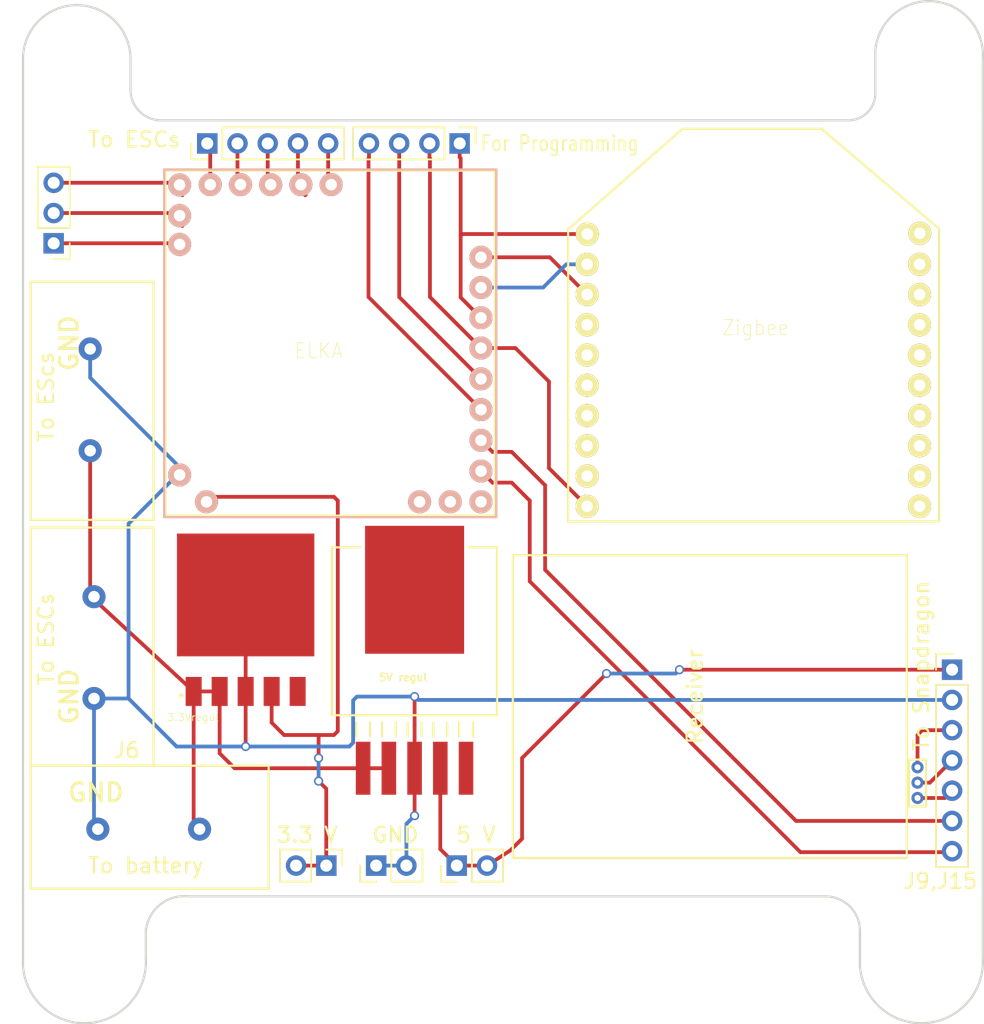
<source format=kicad_pcb>
(kicad_pcb (version 20171130) (host pcbnew 5.0.0-rc3-unknown-3e22e5c~65~ubuntu16.04.1)

  (general
    (thickness 1.6)
    (drawings 31)
    (tracks 131)
    (zones 0)
    (modules 19)
    (nets 46)
  )

  (page A4)
  (title_block
    (title Phoenix)
  )

  (layers
    (0 F.Cu signal)
    (31 B.Cu signal)
    (32 B.Adhes user)
    (33 F.Adhes user)
    (34 B.Paste user)
    (35 F.Paste user)
    (36 B.SilkS user)
    (37 F.SilkS user)
    (38 B.Mask user)
    (39 F.Mask user)
    (40 Dwgs.User user)
    (41 Cmts.User user)
    (42 Eco1.User user)
    (43 Eco2.User user)
    (44 Edge.Cuts user)
    (45 Margin user)
    (46 B.CrtYd user)
    (47 F.CrtYd user)
    (48 B.Fab user)
    (49 F.Fab user)
  )

  (setup
    (last_trace_width 0.25)
    (trace_clearance 0.2)
    (zone_clearance 0.508)
    (zone_45_only no)
    (trace_min 0.2)
    (segment_width 0.2)
    (edge_width 0.15)
    (via_size 0.6)
    (via_drill 0.4)
    (via_min_size 0.4)
    (via_min_drill 0.3)
    (uvia_size 0.3)
    (uvia_drill 0.1)
    (uvias_allowed no)
    (uvia_min_size 0.2)
    (uvia_min_drill 0.1)
    (pcb_text_width 0.3)
    (pcb_text_size 1.5 1.5)
    (mod_edge_width 0.15)
    (mod_text_size 1 1)
    (mod_text_width 0.15)
    (pad_size 1.524 1.524)
    (pad_drill 0.762)
    (pad_to_mask_clearance 0.2)
    (aux_axis_origin 0 0)
    (visible_elements FFFFFF7F)
    (pcbplotparams
      (layerselection 0x00030_80000001)
      (usegerberextensions false)
      (usegerberattributes false)
      (usegerberadvancedattributes false)
      (creategerberjobfile false)
      (excludeedgelayer true)
      (linewidth 0.100000)
      (plotframeref false)
      (viasonmask false)
      (mode 1)
      (useauxorigin false)
      (hpglpennumber 1)
      (hpglpenspeed 20)
      (hpglpendiameter 15.000000)
      (psnegative false)
      (psa4output false)
      (plotreference true)
      (plotvalue true)
      (plotinvisibletext false)
      (padsonsilk false)
      (subtractmaskfromsilk false)
      (outputformat 1)
      (mirror false)
      (drillshape 1)
      (scaleselection 1)
      (outputdirectory ""))
  )

  (net 0 "")
  (net 1 "Net-(E1-PadI)")
  (net 2 "Net-(E1-PadH)")
  (net 3 "Net-(E1-PadG)")
  (net 4 "Net-(E1-PadF)")
  (net 5 "Net-(E1-PadE)")
  (net 6 "Net-(E1-PadD)")
  (net 7 "Net-(E1-PadC)")
  (net 8 "Net-(E1-PadB)")
  (net 9 "Net-(E1-PadA)")
  (net 10 "Net-(E1-Pad9)")
  (net 11 "Net-(E1-Pad10)")
  (net 12 "Net-(E1-Pad3)")
  (net 13 "Net-(E1-Pad2)")
  (net 14 "Net-(E1-Pad1)")
  (net 15 "Net-(E1-Pad4)")
  (net 16 "Net-(E1-Pad5)")
  (net 17 "Net-(E1-Pad6)")
  (net 18 "Net-(E1-Pad7)")
  (net 19 "Net-(E1-Pad8)")
  (net 20 "Net-(E1-Pad12)")
  (net 21 "Net-(E1-Pad11)")
  (net 22 "Net-(J1-Pad2)")
  (net 23 "Net-(J9,J15-Pad3)")
  (net 24 "Net-(U1-Pad4)")
  (net 25 "Net-(U1-Pad5)")
  (net 26 "Net-(U1-Pad6)")
  (net 27 "Net-(U1-Pad7)")
  (net 28 "Net-(U1-Pad8)")
  (net 29 "Net-(U1-Pad9)")
  (net 30 "Net-(U1-Pad20)")
  (net 31 "Net-(U1-Pad19)")
  (net 32 "Net-(U1-Pad18)")
  (net 33 "Net-(U1-Pad17)")
  (net 34 "Net-(U1-Pad16)")
  (net 35 "Net-(U1-Pad15)")
  (net 36 "Net-(U1-Pad14)")
  (net 37 "Net-(U1-Pad13)")
  (net 38 "Net-(U1-Pad12)")
  (net 39 "Net-(U1-Pad11)")
  (net 40 "Net-(J5-Pad1)")
  (net 41 "Net-(J9,J15-Pad4)")
  (net 42 "Net-(J9,J15-Pad5)")
  (net 43 "Net-(U2-Pad5)")
  (net 44 "Net-(U2-Pad6)")
  (net 45 "Net-(U3-Pad5)")

  (net_class Default "This is the default net class."
    (clearance 0.2)
    (trace_width 0.25)
    (via_dia 0.6)
    (via_drill 0.4)
    (uvia_dia 0.3)
    (uvia_drill 0.1)
    (add_net "Net-(E1-Pad1)")
    (add_net "Net-(E1-Pad10)")
    (add_net "Net-(E1-Pad11)")
    (add_net "Net-(E1-Pad12)")
    (add_net "Net-(E1-Pad2)")
    (add_net "Net-(E1-Pad3)")
    (add_net "Net-(E1-Pad4)")
    (add_net "Net-(E1-Pad5)")
    (add_net "Net-(E1-Pad6)")
    (add_net "Net-(E1-Pad7)")
    (add_net "Net-(E1-Pad8)")
    (add_net "Net-(E1-Pad9)")
    (add_net "Net-(E1-PadA)")
    (add_net "Net-(E1-PadB)")
    (add_net "Net-(E1-PadC)")
    (add_net "Net-(E1-PadD)")
    (add_net "Net-(E1-PadE)")
    (add_net "Net-(E1-PadF)")
    (add_net "Net-(E1-PadG)")
    (add_net "Net-(E1-PadH)")
    (add_net "Net-(E1-PadI)")
    (add_net "Net-(J1-Pad2)")
    (add_net "Net-(J5-Pad1)")
    (add_net "Net-(J9,J15-Pad3)")
    (add_net "Net-(J9,J15-Pad4)")
    (add_net "Net-(J9,J15-Pad5)")
    (add_net "Net-(U1-Pad11)")
    (add_net "Net-(U1-Pad12)")
    (add_net "Net-(U1-Pad13)")
    (add_net "Net-(U1-Pad14)")
    (add_net "Net-(U1-Pad15)")
    (add_net "Net-(U1-Pad16)")
    (add_net "Net-(U1-Pad17)")
    (add_net "Net-(U1-Pad18)")
    (add_net "Net-(U1-Pad19)")
    (add_net "Net-(U1-Pad20)")
    (add_net "Net-(U1-Pad4)")
    (add_net "Net-(U1-Pad5)")
    (add_net "Net-(U1-Pad6)")
    (add_net "Net-(U1-Pad7)")
    (add_net "Net-(U1-Pad8)")
    (add_net "Net-(U1-Pad9)")
    (add_net "Net-(U2-Pad5)")
    (add_net "Net-(U2-Pad6)")
    (add_net "Net-(U3-Pad5)")
  )

  (module "holes:mech holes" (layer F.Cu) (tedit 5B317533) (tstamp 5B31752B)
    (at 162.052 129.286)
    (fp_text reference REF** (at 0 0.5) (layer Cmts.User) hide
      (effects (font (size 1 1) (thickness 0.15)))
    )
    (fp_text value "mech holes" (at 0 -0.5) (layer Cmts.User) hide
      (effects (font (size 1 1) (thickness 0.15)))
    )
    (pad "" np_thru_hole circle (at -0.508 -3.2004) (size 4 4) (drill 4) (layers *.Cu *.Mask))
  )

  (module DIP-20:DIP-20 (layer F.Cu) (tedit 5B46C479) (tstamp 5B2A9992)
    (at 138.176 104.14)
    (descr "Xbee Zb (Zigbee Pro Feature Set), 1mw, Wire Antenna, 250000")
    (path /5B213357)
    (fp_text reference Zigbee (at 12.3952 -19.812) (layer F.SilkS)
      (effects (font (size 1 0.9) (thickness 0.05)))
    )
    (fp_text value Zigbee (at 4.4196 -19.8628) (layer F.SilkS) hide
      (effects (font (size 1 0.9) (thickness 0.05)))
    )
    (fp_line (start 24.5364 -26.3652) (end 24.5364 -7.0104) (layer F.SilkS) (width 0.15))
    (fp_line (start 24.5364 -7.0104) (end 0 -7.0104) (layer F.SilkS) (width 0.15))
    (fp_line (start 0 -7.0104) (end 0 -26.3144) (layer F.SilkS) (width 0.15))
    (fp_line (start 16.8148 -32.9184) (end 24.5364 -26.3652) (layer F.SilkS) (width 0.15))
    (fp_line (start 0 -26.3144) (end 7.5692 -32.9692) (layer F.SilkS) (width 0.15))
    (fp_line (start 7.5692 -32.9692) (end 16.8148 -32.9692) (layer F.SilkS) (width 0.15))
    (pad 1 thru_hole circle (at 1.27 -26.0096) (size 1.524 1.524) (drill 0.762) (layers *.Cu *.Mask F.SilkS)
      (net 7 "Net-(E1-PadC)"))
    (pad 2 thru_hole circle (at 1.254 -24.009) (size 1.524 1.524) (drill 0.762) (layers *.Cu *.Mask F.SilkS)
      (net 8 "Net-(E1-PadB)"))
    (pad 3 thru_hole circle (at 1.254 -22.009) (size 1.524 1.524) (drill 0.762) (layers *.Cu *.Mask F.SilkS)
      (net 9 "Net-(E1-PadA)"))
    (pad 4 thru_hole circle (at 1.254 -20.009) (size 1.524 1.524) (drill 0.762) (layers *.Cu *.Mask F.SilkS)
      (net 24 "Net-(U1-Pad4)"))
    (pad 5 thru_hole circle (at 1.254 -18.009) (size 1.524 1.524) (drill 0.762) (layers *.Cu *.Mask F.SilkS)
      (net 25 "Net-(U1-Pad5)"))
    (pad 6 thru_hole circle (at 1.254 -16.009) (size 1.524 1.524) (drill 0.762) (layers *.Cu *.Mask F.SilkS)
      (net 26 "Net-(U1-Pad6)"))
    (pad 7 thru_hole circle (at 1.254 -14.009) (size 1.524 1.524) (drill 0.762) (layers *.Cu *.Mask F.SilkS)
      (net 27 "Net-(U1-Pad7)"))
    (pad 8 thru_hole circle (at 1.254 -12.009) (size 1.524 1.524) (drill 0.762) (layers *.Cu *.Mask F.SilkS)
      (net 28 "Net-(U1-Pad8)"))
    (pad 9 thru_hole circle (at 1.254 -10.009) (size 1.524 1.524) (drill 0.762) (layers *.Cu *.Mask F.SilkS)
      (net 29 "Net-(U1-Pad9)"))
    (pad 10 thru_hole circle (at 1.254 -8.009) (size 1.524 1.524) (drill 0.762) (layers *.Cu *.Mask F.SilkS)
      (net 6 "Net-(E1-PadD)"))
    (pad 20 thru_hole circle (at 23.2664 -26.0604) (size 1.524 1.524) (drill 0.762) (layers *.Cu *.Mask F.SilkS)
      (net 30 "Net-(U1-Pad20)"))
    (pad 19 thru_hole circle (at 23.254 -24.009) (size 1.524 1.524) (drill 0.762) (layers *.Cu *.Mask F.SilkS)
      (net 31 "Net-(U1-Pad19)"))
    (pad 18 thru_hole circle (at 23.254 -22.009) (size 1.524 1.524) (drill 0.762) (layers *.Cu *.Mask F.SilkS)
      (net 32 "Net-(U1-Pad18)"))
    (pad 17 thru_hole circle (at 23.254 -20.009) (size 1.524 1.524) (drill 0.762) (layers *.Cu *.Mask F.SilkS)
      (net 33 "Net-(U1-Pad17)"))
    (pad 16 thru_hole circle (at 23.254 -18.009) (size 1.524 1.524) (drill 0.762) (layers *.Cu *.Mask F.SilkS)
      (net 34 "Net-(U1-Pad16)"))
    (pad 15 thru_hole circle (at 23.254 -16.009) (size 1.524 1.524) (drill 0.762) (layers *.Cu *.Mask F.SilkS)
      (net 35 "Net-(U1-Pad15)"))
    (pad 14 thru_hole circle (at 23.254 -14.009) (size 1.524 1.524) (drill 0.762) (layers *.Cu *.Mask F.SilkS)
      (net 36 "Net-(U1-Pad14)"))
    (pad 13 thru_hole circle (at 23.254 -12.009) (size 1.524 1.524) (drill 0.762) (layers *.Cu *.Mask F.SilkS)
      (net 37 "Net-(U1-Pad13)"))
    (pad 12 thru_hole circle (at 23.254 -10.009) (size 1.524 1.524) (drill 0.762) (layers *.Cu *.Mask F.SilkS)
      (net 38 "Net-(U1-Pad12)"))
    (pad 11 thru_hole circle (at 23.254 -8.009) (size 1.524 1.524) (drill 0.762) (layers *.Cu *.Mask F.SilkS)
      (net 39 "Net-(U1-Pad11)"))
  )

  (module Pin_Headers:Pin_Header_Straight_1x05_Pitch2.00mm (layer F.Cu) (tedit 5B2AADA3) (tstamp 5B2AB112)
    (at 114.3 72.136 90)
    (descr "Through hole straight pin header, 1x05, 2.00mm pitch, single row")
    (tags "Through hole pin header THT 1x05 2.00mm single row")
    (path /5B2AABEA)
    (fp_text reference "To ESCs" (at 0.254 -4.826 180) (layer F.SilkS)
      (effects (font (size 1 1) (thickness 0.15)))
    )
    (fp_text value "" (at 0 10.06 90) (layer F.Fab)
      (effects (font (size 1 1) (thickness 0.15)))
    )
    (fp_line (start -0.5 -1) (end 1 -1) (layer F.Fab) (width 0.1))
    (fp_line (start 1 -1) (end 1 9) (layer F.Fab) (width 0.1))
    (fp_line (start 1 9) (end -1 9) (layer F.Fab) (width 0.1))
    (fp_line (start -1 9) (end -1 -0.5) (layer F.Fab) (width 0.1))
    (fp_line (start -1 -0.5) (end -0.5 -1) (layer F.Fab) (width 0.1))
    (fp_line (start -1.06 9.06) (end 1.06 9.06) (layer F.SilkS) (width 0.12))
    (fp_line (start -1.06 1) (end -1.06 9.06) (layer F.SilkS) (width 0.12))
    (fp_line (start 1.06 1) (end 1.06 9.06) (layer F.SilkS) (width 0.12))
    (fp_line (start -1.06 1) (end 1.06 1) (layer F.SilkS) (width 0.12))
    (fp_line (start -1.06 0) (end -1.06 -1.06) (layer F.SilkS) (width 0.12))
    (fp_line (start -1.06 -1.06) (end 0 -1.06) (layer F.SilkS) (width 0.12))
    (fp_line (start -1.5 -1.5) (end -1.5 9.5) (layer F.CrtYd) (width 0.05))
    (fp_line (start -1.5 9.5) (end 1.5 9.5) (layer F.CrtYd) (width 0.05))
    (fp_line (start 1.5 9.5) (end 1.5 -1.5) (layer F.CrtYd) (width 0.05))
    (fp_line (start 1.5 -1.5) (end -1.5 -1.5) (layer F.CrtYd) (width 0.05))
    (fp_text user "" (at 0 4 180) (layer F.Fab) hide
      (effects (font (size 1 1) (thickness 0.15)))
    )
    (pad 1 thru_hole rect (at 0 0 90) (size 1.35 1.35) (drill 0.8) (layers *.Cu *.Mask)
      (net 15 "Net-(E1-Pad4)"))
    (pad 2 thru_hole oval (at 0 2 90) (size 1.35 1.35) (drill 0.8) (layers *.Cu *.Mask)
      (net 16 "Net-(E1-Pad5)"))
    (pad 3 thru_hole oval (at 0 4 90) (size 1.35 1.35) (drill 0.8) (layers *.Cu *.Mask)
      (net 17 "Net-(E1-Pad6)"))
    (pad 4 thru_hole oval (at 0 6 90) (size 1.35 1.35) (drill 0.8) (layers *.Cu *.Mask)
      (net 18 "Net-(E1-Pad7)"))
    (pad 5 thru_hole oval (at 0 8 90) (size 1.35 1.35) (drill 0.8) (layers *.Cu *.Mask)
      (net 19 "Net-(E1-Pad8)"))
    (model ${KISYS3DMOD}/Pin_Headers.3dshapes/Pin_Header_Straight_1x05_Pitch2.00mm.wrl
      (at (xyz 0 0 0))
      (scale (xyz 1 1 1))
      (rotate (xyz 0 0 0))
    )
  )

  (module ELKA:ELKA (layer F.Cu) (tedit 5B46C2CB) (tstamp 5B2A9957)
    (at 121.666 85.852)
    (descr "Xbee Zb (Zigbee Pro Feature Set), 1mw, Wire Antenna, 250000")
    (path /5B22681E)
    (fp_text reference ELKA (at 0 0) (layer F.SilkS)
      (effects (font (size 1 0.9) (thickness 0.05)))
    )
    (fp_text value ELKA (at -0.889 -14.732) (layer F.SilkS) hide
      (effects (font (size 1 0.9) (thickness 0.05)))
    )
    (fp_line (start 11.7602 10.9982) (end -10.2108 10.9982) (layer B.SilkS) (width 0.15))
    (fp_line (start 11.7602 -11.9888) (end 11.7602 10.9982) (layer B.SilkS) (width 0.15))
    (fp_line (start -10.2108 -11.9888) (end 11.7602 -11.9888) (layer B.SilkS) (width 0.15))
    (fp_line (start -10.2108 10.9982) (end -10.2108 -11.9888) (layer B.SilkS) (width 0.15))
    (pad D thru_hole circle (at 10.742477 -0.184796) (size 1.524 1.524) (drill 0.762) (layers *.Cu *.Mask B.SilkS)
      (net 6 "Net-(E1-PadD)"))
    (pad C thru_hole circle (at 10.742477 -2.184796) (size 1.524 1.524) (drill 0.762) (layers *.Cu *.Mask B.SilkS)
      (net 7 "Net-(E1-PadC)"))
    (pad B thru_hole circle (at 10.742477 -4.184796) (size 1.524 1.524) (drill 0.762) (layers *.Cu *.Mask B.SilkS)
      (net 8 "Net-(E1-PadB)"))
    (pad A thru_hole circle (at 10.742477 -6.184796) (size 1.524 1.524) (drill 0.762) (layers *.Cu *.Mask B.SilkS)
      (net 9 "Net-(E1-PadA)"))
    (pad 12 thru_hole circle (at -7.4168 9.9822) (size 1.524 1.524) (drill 0.762) (layers *.Cu *.Mask B.SilkS)
      (net 20 "Net-(E1-Pad12)"))
    (pad 11 thru_hole circle (at -9.1948 8.2042 270) (size 1.524 1.524) (drill 0.762) (layers *.Cu *.Mask B.SilkS)
      (net 21 "Net-(E1-Pad11)"))
    (pad E thru_hole circle (at 10.7442 1.8542 270) (size 1.524 1.524) (drill 0.762) (layers *.Cu *.Mask B.SilkS)
      (net 5 "Net-(E1-PadE)"))
    (pad F thru_hole circle (at 10.7442 3.8862 270) (size 1.524 1.524) (drill 0.762) (layers *.Cu *.Mask B.SilkS)
      (net 4 "Net-(E1-PadF)"))
    (pad G thru_hole circle (at 10.7442 5.9182 270) (size 1.524 1.524) (drill 0.762) (layers *.Cu *.Mask B.SilkS)
      (net 3 "Net-(E1-PadG)"))
    (pad H thru_hole circle (at 10.7442 7.9502 270) (size 1.524 1.524) (drill 0.762) (layers *.Cu *.Mask B.SilkS)
      (net 2 "Net-(E1-PadH)"))
    (pad 10 thru_hole circle (at 6.6802 9.9822 270) (size 1.524 1.524) (drill 0.762) (layers *.Cu *.Mask B.SilkS)
      (net 11 "Net-(E1-Pad10)"))
    (pad 9 thru_hole circle (at 8.7122 9.9822 270) (size 1.524 1.524) (drill 0.762) (layers *.Cu *.Mask B.SilkS)
      (net 10 "Net-(E1-Pad9)"))
    (pad I thru_hole circle (at 10.7442 9.9822 270) (size 1.524 1.524) (drill 0.762) (layers *.Cu *.Mask B.SilkS)
      (net 1 "Net-(E1-PadI)"))
    (pad 1 thru_hole circle (at -9.1948 -7.0358 270) (size 1.524 1.524) (drill 0.762) (layers *.Cu *.Mask B.SilkS)
      (net 14 "Net-(E1-Pad1)"))
    (pad 2 thru_hole circle (at -9.1948 -8.9408 270) (size 1.524 1.524) (drill 0.762) (layers *.Cu *.Mask B.SilkS)
      (net 13 "Net-(E1-Pad2)"))
    (pad 8 thru_hole circle (at 0.8312 -10.9888 270) (size 1.524 1.524) (drill 0.762) (layers *.Cu *.Mask B.SilkS)
      (net 19 "Net-(E1-Pad8)"))
    (pad 7 thru_hole circle (at -1.1688 -10.9888 270) (size 1.524 1.524) (drill 0.762) (layers *.Cu *.Mask B.SilkS)
      (net 18 "Net-(E1-Pad7)"))
    (pad 6 thru_hole circle (at -3.1688 -10.9888 270) (size 1.524 1.524) (drill 0.762) (layers *.Cu *.Mask B.SilkS)
      (net 17 "Net-(E1-Pad6)"))
    (pad 5 thru_hole circle (at -5.1688 -10.9888 270) (size 1.524 1.524) (drill 0.762) (layers *.Cu *.Mask B.SilkS)
      (net 16 "Net-(E1-Pad5)"))
    (pad 4 thru_hole circle (at -7.1688 -10.9888 270) (size 1.524 1.524) (drill 0.762) (layers *.Cu *.Mask B.SilkS)
      (net 15 "Net-(E1-Pad4)"))
    (pad 3 thru_hole circle (at -9.1948 -10.9728 270) (size 1.524 1.524) (drill 0.762) (layers *.Cu *.Mask B.SilkS)
      (net 12 "Net-(E1-Pad3)"))
  )

  (module "holes:mech holes" (layer F.Cu) (tedit 5B317427) (tstamp 5B3174AE)
    (at 106.172 69.596)
    (fp_text reference REF** (at 0 0.5) (layer Cmts.User) hide
      (effects (font (size 1 1) (thickness 0.15)))
    )
    (fp_text value "mech holes" (at 0 -0.5) (layer Cmts.User) hide
      (effects (font (size 1 1) (thickness 0.15)))
    )
    (pad "" np_thru_hole circle (at -0.508 -3.2004) (size 4 4) (drill 4) (layers *.Cu *.Mask))
  )

  (module XT30:XT30 (layer F.Cu) (tedit 5B2BA483) (tstamp 5B2BA6B4)
    (at 112.522 87.122 270)
    (path /5B2BA404)
    (fp_text reference "To EScs" (at 1.778 8.89 270) (layer F.SilkS)
      (effects (font (size 1 1) (thickness 0.15)))
    )
    (fp_text value "To ESCs" (at 0 -0.5 270) (layer Cmts.User) hide
      (effects (font (size 1 1) (thickness 0.15)))
    )
    (fp_line (start -5.842 1.778) (end -5.842 9.906) (layer F.SilkS) (width 0.15))
    (fp_line (start -5.842 9.906) (end -5.715 9.906) (layer F.SilkS) (width 0.15))
    (fp_line (start -5.842 1.778) (end 9.906 1.778) (layer F.SilkS) (width 0.15))
    (fp_line (start 9.906 1.778) (end 9.906 9.906) (layer F.SilkS) (width 0.15))
    (fp_line (start 9.906 9.906) (end -5.715 9.906) (layer F.SilkS) (width 0.15))
    (pad 1 thru_hole circle (at -1.397 5.969 270) (size 1.524 1.524) (drill 0.762) (layers *.Cu *.Mask)
      (net 21 "Net-(E1-Pad11)"))
    (pad 2 thru_hole circle (at 5.334 5.969 270) (size 1.524 1.524) (drill 0.762) (layers *.Cu *.Mask)
      (net 22 "Net-(J1-Pad2)"))
  )

  (module XT30:SPMAJST6 (layer F.Cu) (tedit 5B2AA873) (tstamp 5B2810D9)
    (at 164.084 115.316 270)
    (path /5B22674F)
    (fp_text reference R1 (at 0.635 0.889 270) (layer F.SilkS) hide
      (effects (font (size 1 1) (thickness 0.15)))
    )
    (fp_text value Receiver (at -6.604 17.526 270) (layer F.SilkS)
      (effects (font (size 1 1) (thickness 0.15)))
    )
    (fp_line (start -15.9512 29.5656) (end 4.064 29.5656) (layer F.SilkS) (width 0.15))
    (fp_line (start 4.064 29.5656) (end 4.064 3.5052) (layer F.SilkS) (width 0.15))
    (fp_line (start 4.064 3.5052) (end -15.9512 3.5052) (layer F.SilkS) (width 0.15))
    (fp_line (start -15.9512 3.5052) (end -15.9512 29.5656) (layer F.SilkS) (width 0.15))
    (fp_line (start -2.4384 2.3368) (end -2.4384 2.2352) (layer F.SilkS) (width 0.15))
    (fp_line (start -2.4384 2.2352) (end 0.508 2.2352) (layer F.SilkS) (width 0.15))
    (fp_line (start 0.508 2.2352) (end 0.5588 2.2352) (layer F.SilkS) (width 0.15))
    (fp_line (start 0.5588 2.2352) (end 0.6604 2.2352) (layer F.SilkS) (width 0.15))
    (fp_line (start 0.6604 2.2352) (end 0.6604 3.3528) (layer F.SilkS) (width 0.15))
    (fp_line (start 0.6604 3.3528) (end -2.4384 3.3528) (layer F.SilkS) (width 0.15))
    (fp_line (start -2.4384 3.3528) (end -2.4384 2.6924) (layer F.SilkS) (width 0.15))
    (fp_line (start -2.4384 2.794) (end -2.4384 2.3368) (layer F.SilkS) (width 0.15))
    (pad 1 thru_hole circle (at -1.9304 2.794 270) (size 0.8 0.8) (drill 0.4) (layers *.Cu *.Mask)
      (net 23 "Net-(J9,J15-Pad3)"))
    (pad 2 thru_hole circle (at -0.9144 2.794 270) (size 0.8 0.8) (drill 0.4) (layers *.Cu *.Mask)
      (net 41 "Net-(J9,J15-Pad4)"))
    (pad 3 thru_hole circle (at 0.1016 2.794 270) (size 0.8 0.8) (drill 0.4) (layers *.Cu *.Mask)
      (net 42 "Net-(J9,J15-Pad5)"))
  )

  (module XT30:XT30 (layer F.Cu) (tedit 5B2AA790) (tstamp 5B2810AD)
    (at 100.838 107.442 90)
    (path /5B24102D)
    (fp_text reference J1 (at 0.508 0.762 90) (layer F.SilkS) hide
      (effects (font (size 1 1) (thickness 0.15)))
    )
    (fp_text value "To battery" (at -12.446 9.398 180) (layer F.SilkS)
      (effects (font (size 1 1) (thickness 0.15)))
    )
    (fp_line (start -5.842 1.778) (end -5.842 9.906) (layer F.SilkS) (width 0.15))
    (fp_line (start -5.842 9.906) (end -5.715 9.906) (layer F.SilkS) (width 0.15))
    (fp_line (start -5.842 1.778) (end 9.906 1.778) (layer F.SilkS) (width 0.15))
    (fp_line (start 9.906 1.778) (end 9.906 9.906) (layer F.SilkS) (width 0.15))
    (fp_line (start 9.906 9.906) (end -5.715 9.906) (layer F.SilkS) (width 0.15))
    (pad 1 thru_hole circle (at -1.397 5.969 90) (size 1.524 1.524) (drill 0.762) (layers *.Cu *.Mask)
      (net 21 "Net-(E1-Pad11)"))
    (pad 2 thru_hole circle (at 5.334 5.969 90) (size 1.524 1.524) (drill 0.762) (layers *.Cu *.Mask)
      (net 22 "Net-(J1-Pad2)"))
  )

  (module Pin_Headers:Pin_Header_Straight_1x04_Pitch2.00mm (layer F.Cu) (tedit 5B2BA6E8) (tstamp 5B46CD70)
    (at 131 72.136 270)
    (descr "Through hole straight pin header, 1x04, 2.00mm pitch, single row")
    (tags "Through hole pin header THT 1x04 2.00mm single row")
    (path /5B23F496)
    (fp_text reference J16 (at 0 -2.06 270) (layer F.SilkS) hide
      (effects (font (size 1 1) (thickness 0.15)))
    )
    (fp_text value "For Programming" (at 0 -6.604) (layer F.SilkS)
      (effects (font (size 1 0.8) (thickness 0.12)))
    )
    (fp_line (start -0.5 -1) (end 1 -1) (layer F.Fab) (width 0.1))
    (fp_line (start 1 -1) (end 1 7) (layer F.Fab) (width 0.1))
    (fp_line (start 1 7) (end -1 7) (layer F.Fab) (width 0.1))
    (fp_line (start -1 7) (end -1 -0.5) (layer F.Fab) (width 0.1))
    (fp_line (start -1 -0.5) (end -0.5 -1) (layer F.Fab) (width 0.1))
    (fp_line (start -1.06 7.06) (end 1.06 7.06) (layer F.SilkS) (width 0.12))
    (fp_line (start -1.06 1) (end -1.06 7.06) (layer F.SilkS) (width 0.12))
    (fp_line (start 1.06 1) (end 1.06 7.06) (layer F.SilkS) (width 0.12))
    (fp_line (start -1.06 1) (end 1.06 1) (layer F.SilkS) (width 0.12))
    (fp_line (start -1.06 0) (end -1.06 -1.06) (layer F.SilkS) (width 0.12))
    (fp_line (start -1.06 -1.06) (end 0 -1.06) (layer F.SilkS) (width 0.12))
    (fp_line (start -1.5 -1.5) (end -1.5 7.5) (layer F.CrtYd) (width 0.05))
    (fp_line (start -1.5 7.5) (end 1.5 7.5) (layer F.CrtYd) (width 0.05))
    (fp_line (start 1.5 7.5) (end 1.5 -1.5) (layer F.CrtYd) (width 0.05))
    (fp_line (start 1.5 -1.5) (end -1.5 -1.5) (layer F.CrtYd) (width 0.05))
    (fp_text user %R (at 0 3) (layer F.Fab) hide
      (effects (font (size 1 1) (thickness 0.15)))
    )
    (pad 1 thru_hole rect (at 0 0 270) (size 1.35 1.35) (drill 0.8) (layers *.Cu *.Mask)
      (net 7 "Net-(E1-PadC)"))
    (pad 2 thru_hole oval (at 0 2 270) (size 1.35 1.35) (drill 0.8) (layers *.Cu *.Mask)
      (net 6 "Net-(E1-PadD)"))
    (pad 3 thru_hole oval (at 0 4 270) (size 1.35 1.35) (drill 0.8) (layers *.Cu *.Mask)
      (net 5 "Net-(E1-PadE)"))
    (pad 4 thru_hole oval (at 0 6 270) (size 1.35 1.35) (drill 0.8) (layers *.Cu *.Mask)
      (net 4 "Net-(E1-PadF)"))
    (model ${KISYS3DMOD}/Pin_Headers.3dshapes/Pin_Header_Straight_1x04_Pitch2.00mm.wrl
      (at (xyz 0 0 0))
      (scale (xyz 1 1 1))
      (rotate (xyz 0 0 0))
    )
  )

  (module Pin_Headers:Pin_Header_Straight_1x02_Pitch2.00mm (layer F.Cu) (tedit 5B2BA148) (tstamp 5B2A995D)
    (at 122.174 119.888 270)
    (descr "Through hole straight pin header, 1x02, 2.00mm pitch, single row")
    (tags "Through hole pin header THT 1x02 2.00mm single row")
    (path /5B29B43A)
    (fp_text reference J3 (at 0 -2.06 270) (layer F.SilkS) hide
      (effects (font (size 1 1) (thickness 0.15)))
    )
    (fp_text value "3.3 V" (at -2.032 1.27) (layer F.SilkS)
      (effects (font (size 1 1) (thickness 0.15)))
    )
    (fp_line (start -0.5 -1) (end 1 -1) (layer F.Fab) (width 0.1))
    (fp_line (start 1 -1) (end 1 3) (layer F.Fab) (width 0.1))
    (fp_line (start 1 3) (end -1 3) (layer F.Fab) (width 0.1))
    (fp_line (start -1 3) (end -1 -0.5) (layer F.Fab) (width 0.1))
    (fp_line (start -1 -0.5) (end -0.5 -1) (layer F.Fab) (width 0.1))
    (fp_line (start -1.06 3.06) (end 1.06 3.06) (layer F.SilkS) (width 0.12))
    (fp_line (start -1.06 1) (end -1.06 3.06) (layer F.SilkS) (width 0.12))
    (fp_line (start 1.06 1) (end 1.06 3.06) (layer F.SilkS) (width 0.12))
    (fp_line (start -1.06 1) (end 1.06 1) (layer F.SilkS) (width 0.12))
    (fp_line (start -1.06 0) (end -1.06 -1.06) (layer F.SilkS) (width 0.12))
    (fp_line (start -1.06 -1.06) (end 0 -1.06) (layer F.SilkS) (width 0.12))
    (fp_line (start -1.5 -1.5) (end -1.5 3.5) (layer F.CrtYd) (width 0.05))
    (fp_line (start -1.5 3.5) (end 1.5 3.5) (layer F.CrtYd) (width 0.05))
    (fp_line (start 1.5 3.5) (end 1.5 -1.5) (layer F.CrtYd) (width 0.05))
    (fp_line (start 1.5 -1.5) (end -1.5 -1.5) (layer F.CrtYd) (width 0.05))
    (fp_text user %R (at 0 1) (layer F.Fab) hide
      (effects (font (size 1 1) (thickness 0.15)))
    )
    (pad 1 thru_hole rect (at 0 0 270) (size 1.35 1.35) (drill 0.8) (layers *.Cu *.Mask)
      (net 20 "Net-(E1-Pad12)"))
    (pad 2 thru_hole oval (at 0 2 270) (size 1.35 1.35) (drill 0.8) (layers *.Cu *.Mask)
      (net 20 "Net-(E1-Pad12)"))
    (model ${KISYS3DMOD}/Pin_Headers.3dshapes/Pin_Header_Straight_1x02_Pitch2.00mm.wrl
      (at (xyz 0 0 0))
      (scale (xyz 1 1 1))
      (rotate (xyz 0 0 0))
    )
  )

  (module Pin_Headers:Pin_Header_Straight_1x02_Pitch2.00mm (layer F.Cu) (tedit 5B2BA165) (tstamp 5B2A9963)
    (at 125.476 119.888 90)
    (descr "Through hole straight pin header, 1x02, 2.00mm pitch, single row")
    (tags "Through hole pin header THT 1x02 2.00mm single row")
    (path /5B29B788)
    (fp_text reference J4 (at 0 -2.06 90) (layer F.SilkS) hide
      (effects (font (size 1 1) (thickness 0.15)))
    )
    (fp_text value GND (at 2.032 1.27 180) (layer F.SilkS)
      (effects (font (size 1 1) (thickness 0.15)))
    )
    (fp_line (start -0.5 -1) (end 1 -1) (layer F.Fab) (width 0.1))
    (fp_line (start 1 -1) (end 1 3) (layer F.Fab) (width 0.1))
    (fp_line (start 1 3) (end -1 3) (layer F.Fab) (width 0.1))
    (fp_line (start -1 3) (end -1 -0.5) (layer F.Fab) (width 0.1))
    (fp_line (start -1 -0.5) (end -0.5 -1) (layer F.Fab) (width 0.1))
    (fp_line (start -1.06 3.06) (end 1.06 3.06) (layer F.SilkS) (width 0.12))
    (fp_line (start -1.06 1) (end -1.06 3.06) (layer F.SilkS) (width 0.12))
    (fp_line (start 1.06 1) (end 1.06 3.06) (layer F.SilkS) (width 0.12))
    (fp_line (start -1.06 1) (end 1.06 1) (layer F.SilkS) (width 0.12))
    (fp_line (start -1.06 0) (end -1.06 -1.06) (layer F.SilkS) (width 0.12))
    (fp_line (start -1.06 -1.06) (end 0 -1.06) (layer F.SilkS) (width 0.12))
    (fp_line (start -1.5 -1.5) (end -1.5 3.5) (layer F.CrtYd) (width 0.05))
    (fp_line (start -1.5 3.5) (end 1.5 3.5) (layer F.CrtYd) (width 0.05))
    (fp_line (start 1.5 3.5) (end 1.5 -1.5) (layer F.CrtYd) (width 0.05))
    (fp_line (start 1.5 -1.5) (end -1.5 -1.5) (layer F.CrtYd) (width 0.05))
    (fp_text user %R (at 0 1 180) (layer Cmts.User) hide
      (effects (font (size 1 1) (thickness 0.15)))
    )
    (pad 1 thru_hole rect (at 0 0 90) (size 1.35 1.35) (drill 0.8) (layers *.Cu *.Mask)
      (net 21 "Net-(E1-Pad11)"))
    (pad 2 thru_hole oval (at 0 2 90) (size 1.35 1.35) (drill 0.8) (layers *.Cu *.Mask)
      (net 21 "Net-(E1-Pad11)"))
    (model ${KISYS3DMOD}/Pin_Headers.3dshapes/Pin_Header_Straight_1x02_Pitch2.00mm.wrl
      (at (xyz 0 0 0))
      (scale (xyz 1 1 1))
      (rotate (xyz 0 0 0))
    )
  )

  (module Pin_Headers:Pin_Header_Straight_1x02_Pitch2.00mm (layer F.Cu) (tedit 5B2BA160) (tstamp 5B2A9969)
    (at 130.81 119.888 90)
    (descr "Through hole straight pin header, 1x02, 2.00mm pitch, single row")
    (tags "Through hole pin header THT 1x02 2.00mm single row")
    (path /5B29B3DB)
    (fp_text reference J5 (at 0 -2.06 90) (layer F.SilkS) hide
      (effects (font (size 1 1) (thickness 0.15)))
    )
    (fp_text value "5 V" (at 2.032 1.27 180) (layer F.SilkS)
      (effects (font (size 1 1) (thickness 0.15)))
    )
    (fp_line (start -0.5 -1) (end 1 -1) (layer F.Fab) (width 0.1))
    (fp_line (start 1 -1) (end 1 3) (layer F.Fab) (width 0.1))
    (fp_line (start 1 3) (end -1 3) (layer F.Fab) (width 0.1))
    (fp_line (start -1 3) (end -1 -0.5) (layer F.Fab) (width 0.1))
    (fp_line (start -1 -0.5) (end -0.5 -1) (layer F.Fab) (width 0.1))
    (fp_line (start -1.06 3.06) (end 1.06 3.06) (layer F.SilkS) (width 0.12))
    (fp_line (start -1.06 1) (end -1.06 3.06) (layer F.SilkS) (width 0.12))
    (fp_line (start 1.06 1) (end 1.06 3.06) (layer F.SilkS) (width 0.12))
    (fp_line (start -1.06 1) (end 1.06 1) (layer F.SilkS) (width 0.12))
    (fp_line (start -1.06 0) (end -1.06 -1.06) (layer F.SilkS) (width 0.12))
    (fp_line (start -1.06 -1.06) (end 0 -1.06) (layer F.SilkS) (width 0.12))
    (fp_line (start -1.5 -1.5) (end -1.5 3.5) (layer F.CrtYd) (width 0.05))
    (fp_line (start -1.5 3.5) (end 1.5 3.5) (layer F.CrtYd) (width 0.05))
    (fp_line (start 1.5 3.5) (end 1.5 -1.5) (layer F.CrtYd) (width 0.05))
    (fp_line (start 1.5 -1.5) (end -1.5 -1.5) (layer F.CrtYd) (width 0.05))
    (fp_text user %R (at 0 1 180) (layer Cmts.User) hide
      (effects (font (size 1 1) (thickness 0.15)))
    )
    (pad 1 thru_hole rect (at 0 0 90) (size 1.35 1.35) (drill 0.8) (layers *.Cu *.Mask)
      (net 40 "Net-(J5-Pad1)"))
    (pad 2 thru_hole oval (at 0 2 90) (size 1.35 1.35) (drill 0.8) (layers *.Cu *.Mask)
      (net 40 "Net-(J5-Pad1)"))
    (model ${KISYS3DMOD}/Pin_Headers.3dshapes/Pin_Header_Straight_1x02_Pitch2.00mm.wrl
      (at (xyz 0 0 0))
      (scale (xyz 1 1 1))
      (rotate (xyz 0 0 0))
    )
  )

  (module XT30:XT30 (layer F.Cu) (tedit 5B2BA489) (tstamp 5B2A996F)
    (at 108.458 111.506)
    (path /5B2A9509)
    (fp_text reference J6 (at 0.508 0.762) (layer F.SilkS)
      (effects (font (size 1 1) (thickness 0.15)))
    )
    (fp_text value "To ESCs" (at -4.826 -6.604 90) (layer F.SilkS)
      (effects (font (size 1 1) (thickness 0.15)))
    )
    (fp_line (start -5.842 1.778) (end -5.842 9.906) (layer F.SilkS) (width 0.15))
    (fp_line (start -5.842 9.906) (end -5.715 9.906) (layer F.SilkS) (width 0.15))
    (fp_line (start -5.842 1.778) (end 9.906 1.778) (layer F.SilkS) (width 0.15))
    (fp_line (start 9.906 1.778) (end 9.906 9.906) (layer F.SilkS) (width 0.15))
    (fp_line (start 9.906 9.906) (end -5.715 9.906) (layer F.SilkS) (width 0.15))
    (pad 1 thru_hole circle (at -1.397 5.969) (size 1.524 1.524) (drill 0.762) (layers *.Cu *.Mask)
      (net 21 "Net-(E1-Pad11)"))
    (pad 2 thru_hole circle (at 5.334 5.969) (size 1.524 1.524) (drill 0.762) (layers *.Cu *.Mask)
      (net 22 "Net-(J1-Pad2)"))
  )

  (module Pin_Headers:Pin_Header_Straight_1x07_Pitch2.00mm (layer F.Cu) (tedit 5B2BA5B4) (tstamp 5B2A997A)
    (at 163.576 106.934)
    (descr "Through hole straight pin header, 1x07, 2.00mm pitch, single row")
    (tags "Through hole pin header THT 1x07 2.00mm single row")
    (path /5B27D9D0)
    (fp_text reference J9,J15 (at -0.762 13.97) (layer F.SilkS)
      (effects (font (size 1 1) (thickness 0.15)))
    )
    (fp_text value "To Snapdragon" (at -2.032 -0.254 90) (layer F.SilkS)
      (effects (font (size 1 1) (thickness 0.15)))
    )
    (fp_line (start -0.5 -1) (end 1 -1) (layer F.Fab) (width 0.1))
    (fp_line (start 1 -1) (end 1 13) (layer F.Fab) (width 0.1))
    (fp_line (start 1 13) (end -1 13) (layer F.Fab) (width 0.1))
    (fp_line (start -1 13) (end -1 -0.5) (layer F.Fab) (width 0.1))
    (fp_line (start -1 -0.5) (end -0.5 -1) (layer F.Fab) (width 0.1))
    (fp_line (start -1.06 13.06) (end 1.06 13.06) (layer F.SilkS) (width 0.12))
    (fp_line (start -1.06 1) (end -1.06 13.06) (layer F.SilkS) (width 0.12))
    (fp_line (start 1.06 1) (end 1.06 13.06) (layer F.SilkS) (width 0.12))
    (fp_line (start -1.06 1) (end 1.06 1) (layer F.SilkS) (width 0.12))
    (fp_line (start -1.06 0) (end -1.06 -1.06) (layer F.SilkS) (width 0.12))
    (fp_line (start -1.06 -1.06) (end 0 -1.06) (layer F.SilkS) (width 0.12))
    (fp_line (start -1.5 -1.5) (end -1.5 13.5) (layer F.CrtYd) (width 0.05))
    (fp_line (start -1.5 13.5) (end 1.5 13.5) (layer F.CrtYd) (width 0.05))
    (fp_line (start 1.5 13.5) (end 1.5 -1.5) (layer F.CrtYd) (width 0.05))
    (fp_line (start 1.5 -1.5) (end -1.5 -1.5) (layer F.CrtYd) (width 0.05))
    (fp_text user %R (at 0 6 90) (layer Cmts.User) hide
      (effects (font (size 1 1) (thickness 0.15)))
    )
    (pad 1 thru_hole rect (at 0 0) (size 1.35 1.35) (drill 0.8) (layers *.Cu *.Mask)
      (net 40 "Net-(J5-Pad1)"))
    (pad 2 thru_hole oval (at 0 2) (size 1.35 1.35) (drill 0.8) (layers *.Cu *.Mask)
      (net 21 "Net-(E1-Pad11)"))
    (pad 3 thru_hole oval (at 0 4) (size 1.35 1.35) (drill 0.8) (layers *.Cu *.Mask)
      (net 23 "Net-(J9,J15-Pad3)"))
    (pad 4 thru_hole oval (at 0 6) (size 1.35 1.35) (drill 0.8) (layers *.Cu *.Mask)
      (net 41 "Net-(J9,J15-Pad4)"))
    (pad 5 thru_hole oval (at 0 8) (size 1.35 1.35) (drill 0.8) (layers *.Cu *.Mask)
      (net 42 "Net-(J9,J15-Pad5)"))
    (pad 6 thru_hole oval (at 0 10) (size 1.35 1.35) (drill 0.8) (layers *.Cu *.Mask)
      (net 3 "Net-(E1-PadG)"))
    (pad 7 thru_hole oval (at 0 12) (size 1.35 1.35) (drill 0.8) (layers *.Cu *.Mask)
      (net 2 "Net-(E1-PadH)"))
    (model ${KISYS3DMOD}/Pin_Headers.3dshapes/Pin_Header_Straight_1x07_Pitch2.00mm.wrl
      (at (xyz 0 0 0))
      (scale (xyz 1 1 1))
      (rotate (xyz 0 0 0))
    )
  )

  (module footprints:MIC29501-5.0WU (layer F.Cu) (tedit 5B2AA97D) (tstamp 5B2A99D2)
    (at 128.016 104.394)
    (path /5B2A76F4)
    (fp_text reference "" (at 0 0) (layer F.Fab)
      (effects (font (size 1 1) (thickness 0.15)))
    )
    (fp_text value "5V regul" (at -0.762 3.048) (layer F.SilkS)
      (effects (font (size 0.5 0.5) (thickness 0.1)))
    )
    (fp_text user "" (at 0 0) (layer Cmts.User)
      (effects (font (size 0.127 0.127) (thickness 0.002)))
    )
    (fp_text user * (at -4.8895 9.0551) (layer B.Fab) hide
      (effects (font (size 1 1) (thickness 0.15)) (justify mirror))
    )
    (fp_text user "" (at -3.4036 5.1689) (layer F.Fab)
      (effects (font (size 1 1) (thickness 0.15)))
    )
    (fp_line (start -2.9464 5.4229) (end -3.8608 5.4229) (layer F.Fab) (width 0.1524))
    (fp_line (start -3.8608 5.4229) (end -3.8608 10.4521) (layer F.Fab) (width 0.1524))
    (fp_line (start -3.8608 10.4521) (end -2.9464 10.4521) (layer F.Fab) (width 0.1524))
    (fp_line (start -2.9464 10.4521) (end -2.9464 5.4229) (layer F.Fab) (width 0.1524))
    (fp_line (start -1.2446 5.4229) (end -2.159 5.4229) (layer F.Fab) (width 0.1524))
    (fp_line (start -2.159 5.4229) (end -2.159 10.4521) (layer F.Fab) (width 0.1524))
    (fp_line (start -2.159 10.4521) (end -1.2446 10.4521) (layer F.Fab) (width 0.1524))
    (fp_line (start -1.2446 10.4521) (end -1.2446 5.4229) (layer F.Fab) (width 0.1524))
    (fp_line (start 0.4572 5.4229) (end -0.4572 5.4229) (layer F.Fab) (width 0.1524))
    (fp_line (start -0.4572 5.4229) (end -0.4572 10.4521) (layer F.Fab) (width 0.1524))
    (fp_line (start -0.4572 10.4521) (end 0.4572 10.4521) (layer F.Fab) (width 0.1524))
    (fp_line (start 0.4572 10.4521) (end 0.4572 5.4229) (layer F.Fab) (width 0.1524))
    (fp_line (start 2.159 5.4229) (end 1.2446 5.4229) (layer F.Fab) (width 0.1524))
    (fp_line (start 1.2446 5.4229) (end 1.2446 10.4521) (layer F.Fab) (width 0.1524))
    (fp_line (start 1.2446 10.4521) (end 2.159 10.4521) (layer F.Fab) (width 0.1524))
    (fp_line (start 2.159 10.4521) (end 2.159 5.4229) (layer F.Fab) (width 0.1524))
    (fp_line (start 3.8608 5.4229) (end 2.9464 5.4229) (layer F.Fab) (width 0.1524))
    (fp_line (start 2.9464 5.4229) (end 2.9464 10.4521) (layer F.Fab) (width 0.1524))
    (fp_line (start 2.9464 10.4521) (end 3.8608 10.4521) (layer F.Fab) (width 0.1524))
    (fp_line (start 3.8608 10.4521) (end 3.8608 5.4229) (layer F.Fab) (width 0.1524))
    (fp_line (start -3.8608 6.0325) (end -3.8608 6.9469) (layer F.SilkS) (width 0.1524))
    (fp_line (start -2.159 6.0325) (end -2.159 6.9469) (layer F.SilkS) (width 0.1524))
    (fp_line (start -0.4572 6.0325) (end -0.4572 6.9469) (layer F.SilkS) (width 0.1524))
    (fp_line (start 1.2446 6.0325) (end 1.2446 6.9469) (layer F.SilkS) (width 0.1524))
    (fp_line (start 2.9464 6.0325) (end 2.9464 6.9469) (layer F.SilkS) (width 0.1524))
    (fp_line (start -2.9464 6.0325) (end -2.9464 6.9469) (layer F.SilkS) (width 0.1524))
    (fp_line (start -1.2446 6.0325) (end -1.2446 6.9469) (layer F.SilkS) (width 0.1524))
    (fp_line (start 0.4572 6.0325) (end 0.4572 6.9469) (layer F.SilkS) (width 0.1524))
    (fp_line (start 2.159 6.0325) (end 2.159 6.9469) (layer F.SilkS) (width 0.1524))
    (fp_line (start 3.8608 6.0325) (end 3.8608 6.9469) (layer F.SilkS) (width 0.1524))
    (fp_line (start -5.461 5.5499) (end 5.461 5.5499) (layer F.SilkS) (width 0.1524))
    (fp_line (start 5.461 5.5499) (end 5.461 -5.5499) (layer F.SilkS) (width 0.1524))
    (fp_line (start 5.461 -5.5499) (end 3.60934 -5.5499) (layer F.SilkS) (width 0.1524))
    (fp_line (start -5.461 -5.5499) (end -5.461 5.5499) (layer F.SilkS) (width 0.1524))
    (fp_line (start -5.334 5.4229) (end 5.334 5.4229) (layer F.Fab) (width 0.1524))
    (fp_line (start 5.334 5.4229) (end 5.334 -5.4229) (layer F.Fab) (width 0.1524))
    (fp_line (start 5.334 -5.4229) (end -5.334 -5.4229) (layer F.Fab) (width 0.1524))
    (fp_line (start -5.334 -5.4229) (end -5.334 5.4229) (layer F.Fab) (width 0.1524))
    (fp_line (start -3.60934 -5.5499) (end -5.461 -5.5499) (layer F.SilkS) (width 0.1524))
    (fp_line (start -5.588 -5.6769) (end -3.5052 -5.6769) (layer F.CrtYd) (width 0.1524))
    (fp_line (start -3.5052 -5.6769) (end -3.5052 -7.0485) (layer F.CrtYd) (width 0.1524))
    (fp_line (start -3.5052 -7.0485) (end 3.5052 -7.0485) (layer F.CrtYd) (width 0.1524))
    (fp_line (start 3.5052 -7.0485) (end 3.5052 -5.6769) (layer F.CrtYd) (width 0.1524))
    (fp_line (start 3.5052 -5.6769) (end 5.588 -5.6769) (layer F.CrtYd) (width 0.1524))
    (fp_line (start 5.588 -5.6769) (end 5.588 5.6769) (layer F.CrtYd) (width 0.1524))
    (fp_line (start 5.588 5.6769) (end 3.9116 5.6769) (layer F.CrtYd) (width 0.1524))
    (fp_line (start 3.9116 5.6769) (end 3.9116 11.0617) (layer F.CrtYd) (width 0.1524))
    (fp_line (start 3.9116 11.0617) (end -3.9116 11.0617) (layer F.CrtYd) (width 0.1524))
    (fp_line (start -3.9116 11.0617) (end -3.9116 5.6769) (layer F.CrtYd) (width 0.1524))
    (fp_line (start -3.9116 5.6769) (end -5.588 5.6769) (layer F.CrtYd) (width 0.1524))
    (fp_line (start -5.588 5.6769) (end -5.588 -5.6769) (layer F.CrtYd) (width 0.1524))
    (pad 1 smd rect (at -3.4036 9.0551) (size 0.9652 3.5052) (layers F.Cu F.Paste F.Mask)
      (net 22 "Net-(J1-Pad2)"))
    (pad 2 smd rect (at -1.7018 9.0551) (size 0.9652 3.5052) (layers F.Cu F.Paste F.Mask)
      (net 22 "Net-(J1-Pad2)"))
    (pad 3 smd rect (at 0 9.0551) (size 0.9652 3.5052) (layers F.Cu F.Paste F.Mask)
      (net 21 "Net-(E1-Pad11)"))
    (pad 4 smd rect (at 1.7018 9.0551) (size 0.9652 3.5052) (layers F.Cu F.Paste F.Mask)
      (net 40 "Net-(J5-Pad1)"))
    (pad 5 smd rect (at 3.4036 9.0551) (size 0.9652 3.5052) (layers F.Cu F.Paste F.Mask)
      (net 43 "Net-(U2-Pad5)"))
    (pad 6 smd rect (at 0 -2.7432) (size 6.5532 8.4582) (layers F.Cu F.Paste F.Mask)
      (net 44 "Net-(U2-Pad6)"))
  )

  (module TO172P1054X2005-6N:TO172P1054X2005-6N (layer F.Cu) (tedit 5B2AA899) (tstamp 5B2A99F7)
    (at 116.84 103.632)
    (path /5B2A710B)
    (attr smd)
    (fp_text reference "" (at -3.82368 -7.47319) (layer F.SilkS)
      (effects (font (size 0.486602 0.486602) (thickness 0.05)))
    )
    (fp_text value 3.3Vregul (at -3.47924 6.45155) (layer F.SilkS)
      (effects (font (size 0.484913 0.484913) (thickness 0.05)))
    )
    (fp_circle (center -4.25 5) (end -4.1 5) (layer F.SilkS) (width 0))
    (fp_line (start -4.96 -5.9) (end 4.96 -5.9) (layer Eco1.User) (width 0.05))
    (fp_line (start 4.96 -5.9) (end 4.96 5.9) (layer Eco1.User) (width 0.05))
    (fp_line (start 4.96 5.9) (end -4.96 5.9) (layer Eco1.User) (width 0.05))
    (fp_line (start -4.96 5.9) (end -4.96 -5.9) (layer Eco1.User) (width 0.05))
    (fp_line (start -4.6975 -4.418) (end 4.6975 -4.418) (layer Dwgs.User) (width 0.127))
    (fp_line (start -4.6975 3.652) (end 4.6975 3.652) (layer Dwgs.User) (width 0.127))
    (fp_poly (pts (xy -0.652431 -1.96257) (xy -0.652431 -3.37076) (xy 0.644244 -3.37076) (xy 0.644244 -1.96257)) (layer F.Paste) (width 0))
    (fp_poly (pts (xy -2.4826 -1.9524) (xy -2.4826 -3.3772) (xy -1.1822 -3.3772) (xy -1.1822 -1.9524)) (layer F.Paste) (width 0))
    (fp_poly (pts (xy 1.18083 -1.97583) (xy 1.18083 -3.36085) (xy 2.47415 -3.36085) (xy 2.47415 -1.97583)) (layer F.Paste) (width 0))
    (fp_poly (pts (xy -4.31205 -1.94295) (xy -4.31205 -3.38753) (xy -3.01253 -3.38753) (xy -3.01253 -1.94295)) (layer F.Paste) (width 0))
    (fp_poly (pts (xy 3.00433 -1.97933) (xy 3.00433 -3.35034) (xy 4.30466 -3.35034) (xy 4.30466 -1.97933)) (layer F.Paste) (width 0))
    (fp_poly (pts (xy -4.32377 0.098771) (xy -4.32377 -1.34839) (xy -3.00339 -1.34839) (xy -3.00339 0.098771)) (layer F.Paste) (width 0))
    (fp_poly (pts (xy -4.34807 2.15307) (xy -4.34807 0.68793) (xy -2.99707 0.68793) (xy -2.99707 2.15307)) (layer F.Paste) (width 0))
    (fp_poly (pts (xy -4.30212 -3.98288) (xy -4.30212 -5.44124) (xy -3.03624 -5.44124) (xy -3.03624 -3.98288)) (layer F.Paste) (width 0))
    (fp_poly (pts (xy -2.47249 -3.99251) (xy -2.47249 -5.41768) (xy -1.19268 -5.41768) (xy -1.19268 -3.99251)) (layer F.Paste) (width 0))
    (fp_poly (pts (xy -0.642305 -4.00269) (xy -0.642305 -5.41015) (xy 0.634854 -5.41015) (xy 0.634854 -4.00269)) (layer F.Paste) (width 0))
    (fp_poly (pts (xy 1.19103 -4.01603) (xy 1.19103 -5.40251) (xy 2.46249 -5.40251) (xy 2.46249 -4.01603)) (layer F.Paste) (width 0))
    (fp_poly (pts (xy 3.02221 -4.02721) (xy 3.02221 -5.39157) (xy 4.29343 -5.39157) (xy 4.29343 -4.02721)) (layer F.Paste) (width 0))
    (fp_poly (pts (xy 2.99263 0.062371) (xy 2.99263 -1.31207) (xy 4.31293 -1.31207) (xy 4.31293 0.062371)) (layer F.Paste) (width 0))
    (fp_poly (pts (xy 2.98511 2.09989) (xy 2.98511 0.734298) (xy 4.3293 0.734298) (xy 4.3293 2.09989)) (layer F.Paste) (width 0))
    (fp_poly (pts (xy 1.16472 0.070276) (xy 1.16472 -1.31997) (xy 2.48503 -1.31997) (xy 2.48503 0.070276)) (layer F.Paste) (width 0))
    (fp_poly (pts (xy 1.15565 2.10935) (xy 1.15565 0.719665) (xy 2.49467 0.719665) (xy 2.49467 2.10935)) (layer F.Paste) (width 0))
    (fp_poly (pts (xy -2.49272 0.087721) (xy -2.49272 -1.33737) (xy -1.17237 -1.33737) (xy -1.17237 0.087721)) (layer F.Paste) (width 0))
    (fp_poly (pts (xy -2.50279 2.12779) (xy -2.50279 0.70273) (xy -1.16227 0.70273) (xy -1.16227 2.12779)) (layer F.Paste) (width 0))
    (fp_poly (pts (xy -0.663662 0.078662) (xy -0.663662 -1.32831) (xy 0.656687 -1.32831) (xy 0.656687 0.078662)) (layer F.Paste) (width 0))
    (fp_poly (pts (xy -0.672921 2.11792) (xy -0.672921 0.711378) (xy 0.666378 0.711378) (xy 0.666378 2.11792)) (layer F.Paste) (width 0))
    (pad 1 smd rect (at -3.44 4.74 90) (size 1.92 1.06) (layers F.Cu F.Paste F.Mask)
      (net 22 "Net-(J1-Pad2)"))
    (pad 2 smd rect (at -1.72 4.74 90) (size 1.92 1.06) (layers F.Cu F.Paste F.Mask)
      (net 22 "Net-(J1-Pad2)"))
    (pad 3 smd rect (at 0 4.74 90) (size 1.92 1.06) (layers F.Cu F.Paste F.Mask)
      (net 21 "Net-(E1-Pad11)"))
    (pad 4 smd rect (at 1.72 4.74 90) (size 1.92 1.06) (layers F.Cu F.Paste F.Mask)
      (net 20 "Net-(E1-Pad12)"))
    (pad 5 smd rect (at 3.44 4.74 90) (size 1.92 1.06) (layers F.Cu F.Paste F.Mask)
      (net 45 "Net-(U3-Pad5)"))
    (pad 6 smd rect (at 0 -1.64 90) (size 8.12 9.09) (layers F.Cu F.Paste F.Mask)
      (net 21 "Net-(E1-Pad11)"))
  )

  (module Pin_Headers:Pin_Header_Straight_1x03_Pitch2.00mm (layer F.Cu) (tedit 5B2BA002) (tstamp 5B2AB104)
    (at 104.14 78.74 180)
    (descr "Through hole straight pin header, 1x03, 2.00mm pitch, single row")
    (tags "Through hole pin header THT 1x03 2.00mm single row")
    (path /5B2AAC3F)
    (fp_text reference "" (at 0 -2.06 180) (layer Cmts.User) hide
      (effects (font (size 1 1) (thickness 0.15)))
    )
    (fp_text value "" (at 0 6.06 180) (layer F.Fab)
      (effects (font (size 1 1) (thickness 0.15)))
    )
    (fp_line (start -0.5 -1) (end 1 -1) (layer F.Fab) (width 0.1))
    (fp_line (start 1 -1) (end 1 5) (layer F.Fab) (width 0.1))
    (fp_line (start 1 5) (end -1 5) (layer F.Fab) (width 0.1))
    (fp_line (start -1 5) (end -1 -0.5) (layer F.Fab) (width 0.1))
    (fp_line (start -1 -0.5) (end -0.5 -1) (layer F.Fab) (width 0.1))
    (fp_line (start -1.06 5.06) (end 1.06 5.06) (layer F.SilkS) (width 0.12))
    (fp_line (start -1.06 1) (end -1.06 5.06) (layer F.SilkS) (width 0.12))
    (fp_line (start 1.06 1) (end 1.06 5.06) (layer F.SilkS) (width 0.12))
    (fp_line (start -1.06 1) (end 1.06 1) (layer F.SilkS) (width 0.12))
    (fp_line (start -1.06 0) (end -1.06 -1.06) (layer F.SilkS) (width 0.12))
    (fp_line (start -1.06 -1.06) (end 0 -1.06) (layer F.SilkS) (width 0.12))
    (fp_line (start -1.5 -1.5) (end -1.5 5.5) (layer F.CrtYd) (width 0.05))
    (fp_line (start -1.5 5.5) (end 1.5 5.5) (layer F.CrtYd) (width 0.05))
    (fp_line (start 1.5 5.5) (end 1.5 -1.5) (layer F.CrtYd) (width 0.05))
    (fp_line (start 1.5 -1.5) (end -1.5 -1.5) (layer F.CrtYd) (width 0.05))
    (fp_text user %R (at 0 2 270) (layer F.Fab)
      (effects (font (size 1 1) (thickness 0.15)))
    )
    (pad 1 thru_hole rect (at 0 0 180) (size 1.35 1.35) (drill 0.8) (layers *.Cu *.Mask)
      (net 14 "Net-(E1-Pad1)"))
    (pad 2 thru_hole oval (at 0 2 180) (size 1.35 1.35) (drill 0.8) (layers *.Cu *.Mask)
      (net 13 "Net-(E1-Pad2)"))
    (pad 3 thru_hole oval (at 0 4 180) (size 1.35 1.35) (drill 0.8) (layers *.Cu *.Mask)
      (net 12 "Net-(E1-Pad3)"))
    (model ${KISYS3DMOD}/Pin_Headers.3dshapes/Pin_Header_Straight_1x03_Pitch2.00mm.wrl
      (at (xyz 0 0 0))
      (scale (xyz 1 1 1))
      (rotate (xyz 0 0 0))
    )
  )

  (module "holes:mech holes" (layer F.Cu) (tedit 5B31744A) (tstamp 5B3174CB)
    (at 162.56 69.596)
    (fp_text reference REF** (at 0 0.5) (layer Cmts.User) hide
      (effects (font (size 1 1) (thickness 0.15)))
    )
    (fp_text value "mech holes" (at 0 -0.5) (layer Cmts.User) hide
      (effects (font (size 1 1) (thickness 0.15)))
    )
    (pad "" np_thru_hole circle (at -0.508 -3.2004) (size 4 4) (drill 4) (layers *.Cu *.Mask))
  )

  (module "holes:mech holes" (layer F.Cu) (tedit 5B317514) (tstamp 5B317503)
    (at 106.68 129.286)
    (fp_text reference REF** (at 0 0.5) (layer Cmts.User) hide
      (effects (font (size 1 1) (thickness 0.15)))
    )
    (fp_text value "mech holes" (at 0 -0.5) (layer Cmts.User) hide
      (effects (font (size 1 1) (thickness 0.15)))
    )
    (pad "" np_thru_hole circle (at -0.508 -3.2004) (size 4 4) (drill 4) (layers *.Cu *.Mask))
  )

  (gr_line (start 133.35 73.914) (end 111.506 73.914) (layer F.SilkS) (width 0.2))
  (gr_line (start 133.35 96.774) (end 133.35 73.914) (layer F.SilkS) (width 0.2))
  (gr_line (start 111.506 96.774) (end 133.35 96.774) (layer F.SilkS) (width 0.2))
  (gr_line (start 111.506 73.914) (end 111.506 96.774) (layer F.SilkS) (width 0.2))
  (gr_arc (start 161.544 126.238) (end 165.608 125.984) (angle 90) (layer Edge.Cuts) (width 0.15))
  (gr_line (start 157.48 124.206) (end 157.48 126.492) (angle 90) (layer Edge.Cuts) (width 0.15))
  (gr_arc (start 155.194 124.206) (end 155.194 121.92) (angle 90) (layer Edge.Cuts) (width 0.15))
  (gr_line (start 165.608 125.984) (end 165.608 121.92) (angle 90) (layer Edge.Cuts) (width 0.15))
  (gr_arc (start 161.544 126.238) (end 161.798 130.302) (angle 90) (layer Edge.Cuts) (width 0.15))
  (gr_line (start 113.03 121.92) (end 155.194 121.92) (angle 90) (layer Edge.Cuts) (width 0.15))
  (gr_line (start 111.252 70.612) (end 156.718 70.612) (angle 90) (layer Edge.Cuts) (width 0.15))
  (gr_line (start 110.236 124.206) (end 110.236 125.984) (angle 90) (layer Edge.Cuts) (width 0.15))
  (gr_arc (start 112.776 124.46) (end 110.236 124.206) (angle 90) (layer Edge.Cuts) (width 0.15))
  (gr_line (start 158.496 66.04) (end 158.496 68.834) (angle 90) (layer Edge.Cuts) (width 0.15))
  (gr_arc (start 156.718 68.834) (end 158.496 68.834) (angle 90) (layer Edge.Cuts) (width 0.15))
  (gr_line (start 109.22 66.548) (end 109.22 68.58) (angle 90) (layer Edge.Cuts) (width 0.15))
  (gr_arc (start 111.252 68.58) (end 111.252 70.612) (angle 90) (layer Edge.Cuts) (width 0.15))
  (gr_line (start 102.108 121.92) (end 102.108 126.492) (angle 90) (layer Edge.Cuts) (width 0.15))
  (gr_arc (start 106.172 126.238) (end 106.426 130.302) (angle 90) (layer Edge.Cuts) (width 0.15))
  (gr_arc (start 106.172 126.238) (end 110.236 125.984) (angle 90) (layer Edge.Cuts) (width 0.15))
  (gr_line (start 165.608 66.548) (end 165.608 70.612) (angle 90) (layer Edge.Cuts) (width 0.15))
  (gr_arc (start 162.052 66.294) (end 158.496 66.04) (angle 90) (layer Edge.Cuts) (width 0.15))
  (gr_arc (start 162.052 66.294) (end 162.306 62.738) (angle 90) (layer Edge.Cuts) (width 0.15))
  (gr_line (start 102.108 66.548) (end 102.108 70.612) (angle 90) (layer Edge.Cuts) (width 0.15))
  (gr_arc (start 105.664 66.548) (end 105.664 62.992) (angle 90) (layer Edge.Cuts) (width 0.15))
  (gr_arc (start 105.664 66.548) (end 102.108 66.548) (angle 90) (layer Edge.Cuts) (width 0.15))
  (gr_line (start 102.108 70.612) (end 102.108 121.92) (angle 90) (layer Edge.Cuts) (width 0.15))
  (gr_line (start 165.608 121.92) (end 165.608 70.612) (angle 90) (layer Edge.Cuts) (width 0.15))
  (gr_text GND (at 105.156 85.344 90) (layer F.SilkS)
    (effects (font (size 1.2 1.2) (thickness 0.2)))
  )
  (gr_text GND (at 105.156 108.712 90) (layer F.SilkS)
    (effects (font (size 1.2 1.2) (thickness 0.2)))
  )
  (gr_text GND (at 106.934 115.062) (layer F.SilkS)
    (effects (font (size 1.2 1.2) (thickness 0.2)))
  )

  (segment (start 153.542 118.998) (end 163.322 118.998) (width 0.25) (layer F.Cu) (net 2) (tstamp 5B285846) (status 20))
  (segment (start 135.636 101.092) (end 153.542 118.998) (width 0.25) (layer F.Cu) (net 2) (tstamp 5B285845))
  (segment (start 135.636 95.758) (end 135.636 101.092) (width 0.25) (layer F.Cu) (net 2) (tstamp 5B285843))
  (segment (start 134.442199 94.564199) (end 135.636 95.758) (width 0.25) (layer F.Cu) (net 2))
  (segment (start 133.172199 94.564199) (end 134.442199 94.564199) (width 0.25) (layer F.Cu) (net 2))
  (segment (start 132.4102 93.8022) (end 133.172199 94.564199) (width 0.25) (layer F.Cu) (net 2))
  (segment (start 136.652 94.742) (end 136.652 100.33) (width 0.25) (layer F.Cu) (net 3) (tstamp 5B2BA833))
  (segment (start 153.256 116.934) (end 163.576 116.934) (width 0.25) (layer F.Cu) (net 3) (tstamp 5B2BA837))
  (segment (start 136.652 100.33) (end 153.256 116.934) (width 0.25) (layer F.Cu) (net 3) (tstamp 5B2BA835))
  (segment (start 133.172199 92.532199) (end 134.442199 92.532199) (width 0.25) (layer F.Cu) (net 3))
  (segment (start 134.442199 92.532199) (end 136.652 94.742) (width 0.25) (layer F.Cu) (net 3))
  (segment (start 132.4102 91.7702) (end 133.172199 92.532199) (width 0.25) (layer F.Cu) (net 3))
  (segment (start 125 73.090594) (end 124.968 73.122594) (width 0.25) (layer F.Cu) (net 4))
  (segment (start 125 72.136) (end 125 73.090594) (width 0.25) (layer F.Cu) (net 4))
  (segment (start 124.968 82.296) (end 132.4102 89.7382) (width 0.25) (layer F.Cu) (net 4))
  (segment (start 124.968 73.122594) (end 124.968 82.296) (width 0.25) (layer F.Cu) (net 4))
  (segment (start 127 82.296) (end 132.4102 87.7062) (width 0.25) (layer F.Cu) (net 5))
  (segment (start 127 72.136) (end 127 82.296) (width 0.25) (layer F.Cu) (net 5))
  (segment (start 129 73.090594) (end 129.032 73.122594) (width 0.25) (layer F.Cu) (net 6))
  (segment (start 129 72.136) (end 129 73.090594) (width 0.25) (layer F.Cu) (net 6))
  (segment (start 129.032 82.290727) (end 132.408477 85.667204) (width 0.25) (layer F.Cu) (net 6))
  (segment (start 129.032 73.122594) (end 129.032 82.290727) (width 0.25) (layer F.Cu) (net 6))
  (segment (start 132.408477 85.667204) (end 134.689204 85.667204) (width 0.25) (layer F.Cu) (net 6))
  (segment (start 134.689204 85.667204) (end 136.906 87.884) (width 0.25) (layer F.Cu) (net 6))
  (segment (start 136.906 93.607) (end 139.43 96.131) (width 0.25) (layer F.Cu) (net 6))
  (segment (start 136.906 87.884) (end 136.906 93.607) (width 0.25) (layer F.Cu) (net 6))
  (segment (start 131 73.061) (end 131.064 73.125) (width 0.25) (layer F.Cu) (net 7))
  (segment (start 131 72.136) (end 131 73.061) (width 0.25) (layer F.Cu) (net 7))
  (segment (start 131.064 82.322727) (end 132.408477 83.667204) (width 0.25) (layer F.Cu) (net 7))
  (segment (start 131.1656 78.1304) (end 131.064 78.232) (width 0.25) (layer F.Cu) (net 7))
  (segment (start 139.446 78.1304) (end 131.1656 78.1304) (width 0.25) (layer F.Cu) (net 7))
  (segment (start 131.064 78.232) (end 131.064 82.322727) (width 0.25) (layer F.Cu) (net 7))
  (segment (start 131.064 73.125) (end 131.064 78.232) (width 0.25) (layer F.Cu) (net 7))
  (segment (start 132.408477 81.667204) (end 136.518796 81.667204) (width 0.25) (layer B.Cu) (net 8))
  (segment (start 138.055 80.131) (end 139.43 80.131) (width 0.25) (layer B.Cu) (net 8))
  (segment (start 136.518796 81.667204) (end 138.055 80.131) (width 0.25) (layer B.Cu) (net 8))
  (segment (start 136.966204 79.667204) (end 139.43 82.131) (width 0.25) (layer F.Cu) (net 9))
  (segment (start 132.408477 79.667204) (end 136.966204 79.667204) (width 0.25) (layer F.Cu) (net 9))
  (segment (start 112.586 75.502) (end 112.649 75.565) (width 0.25) (layer F.Cu) (net 12) (tstamp 5B2AB232) (status 30))
  (segment (start 112.332 74.74) (end 112.4712 74.8792) (width 0.25) (layer F.Cu) (net 12))
  (segment (start 104.14 74.74) (end 112.332 74.74) (width 0.25) (layer F.Cu) (net 12))
  (segment (start 112.554 77.502) (end 112.649 77.597) (width 0.25) (layer F.Cu) (net 13) (tstamp 5B2AB22D) (status 30))
  (segment (start 112.3 76.74) (end 112.4712 76.9112) (width 0.25) (layer F.Cu) (net 13))
  (segment (start 104.14 76.74) (end 112.3 76.74) (width 0.25) (layer F.Cu) (net 13))
  (segment (start 112.395 78.74) (end 112.4712 78.8162) (width 0.25) (layer F.Cu) (net 14))
  (segment (start 104.14 78.74) (end 112.395 78.74) (width 0.25) (layer F.Cu) (net 14))
  (segment (start 114.4972 72.3332) (end 114.3 72.136) (width 0.25) (layer F.Cu) (net 15))
  (segment (start 114.4972 74.8632) (end 114.4972 72.3332) (width 0.25) (layer F.Cu) (net 15))
  (segment (start 116.3 74.666) (end 116.4972 74.8632) (width 0.25) (layer F.Cu) (net 16))
  (segment (start 116.3 72.136) (end 116.3 74.666) (width 0.25) (layer F.Cu) (net 16))
  (segment (start 118.3 74.666) (end 118.4972 74.8632) (width 0.25) (layer F.Cu) (net 17))
  (segment (start 118.3 72.136) (end 118.3 74.666) (width 0.25) (layer F.Cu) (net 17))
  (segment (start 120.808 75.534) (end 120.777 75.565) (width 0.25) (layer F.Cu) (net 18) (tstamp 5B46CDA5) (status 30))
  (segment (start 120.3 74.666) (end 120.4972 74.8632) (width 0.25) (layer F.Cu) (net 18))
  (segment (start 120.3 72.136) (end 120.3 74.666) (width 0.25) (layer F.Cu) (net 18))
  (segment (start 122.3 74.666) (end 122.4972 74.8632) (width 0.25) (layer F.Cu) (net 19))
  (segment (start 122.3 72.136) (end 122.3 74.666) (width 0.25) (layer F.Cu) (net 19))
  (segment (start 121.666 111.252) (end 121.666 112.776) (width 0.25) (layer F.Cu) (net 20))
  (segment (start 121.666 114.3) (end 122.174 114.808) (width 0.25) (layer F.Cu) (net 20) (tstamp 5B2BA3CC))
  (via (at 121.666 114.3) (size 0.6) (drill 0.4) (layers F.Cu B.Cu) (net 20))
  (segment (start 121.666 112.776) (end 121.666 114.3) (width 0.25) (layer B.Cu) (net 20) (tstamp 5B2BA3C9))
  (via (at 121.666 112.776) (size 0.6) (drill 0.4) (layers F.Cu B.Cu) (net 20))
  (segment (start 120.174 119.888) (end 122.174 119.888) (width 0.25) (layer F.Cu) (net 20))
  (segment (start 122.174 114.808) (end 122.174 119.888) (width 0.25) (layer F.Cu) (net 20) (tstamp 5B2BA3CD))
  (segment (start 114.427 95.504) (end 122.682 95.504) (width 0.25) (layer F.Cu) (net 20))
  (segment (start 118.56 110.432) (end 118.56 108.372) (width 0.25) (layer F.Cu) (net 20) (tstamp 5B2BA29B))
  (segment (start 119.38 111.252) (end 118.56 110.432) (width 0.25) (layer F.Cu) (net 20) (tstamp 5B2BA29A))
  (segment (start 122.682 111.252) (end 121.666 111.252) (width 0.25) (layer F.Cu) (net 20) (tstamp 5B2BA299))
  (segment (start 121.666 111.252) (end 119.38 111.252) (width 0.25) (layer F.Cu) (net 20) (tstamp 5B2BA3C5))
  (segment (start 122.936 110.998) (end 122.682 111.252) (width 0.25) (layer F.Cu) (net 20) (tstamp 5B2BA298))
  (segment (start 122.936 95.758) (end 122.936 110.998) (width 0.25) (layer F.Cu) (net 20) (tstamp 5B2BA297))
  (segment (start 122.682 95.504) (end 122.936 95.758) (width 0.25) (layer F.Cu) (net 20) (tstamp 5B2BA296))
  (segment (start 106.553 85.725) (end 106.553 87.63) (width 0.25) (layer B.Cu) (net 21))
  (segment (start 106.553 87.63) (end 112.649 93.726) (width 0.25) (layer B.Cu) (net 21) (tstamp 5B2BA781))
  (segment (start 116.84 112.014) (end 123.698 112.014) (width 0.25) (layer B.Cu) (net 21))
  (segment (start 124.206 108.712) (end 128.016 108.712) (width 0.25) (layer B.Cu) (net 21) (tstamp 5B2BA3BE))
  (segment (start 123.952 108.966) (end 124.206 108.712) (width 0.25) (layer B.Cu) (net 21) (tstamp 5B2BA3BD))
  (segment (start 123.952 111.76) (end 123.952 108.966) (width 0.25) (layer B.Cu) (net 21) (tstamp 5B2BA3BC))
  (segment (start 123.698 112.014) (end 123.952 111.76) (width 0.25) (layer B.Cu) (net 21) (tstamp 5B2BA3BB))
  (segment (start 128.238 108.934) (end 128.016 108.712) (width 0.25) (layer B.Cu) (net 21) (tstamp 5B2AA5B9))
  (via (at 128.016 108.712) (size 0.6) (drill 0.4) (layers F.Cu B.Cu) (net 21))
  (segment (start 109.093 108.839) (end 109.093 97.282) (width 0.25) (layer B.Cu) (net 21))
  (segment (start 109.093 97.282) (end 112.649 93.726) (width 0.25) (layer B.Cu) (net 21) (tstamp 5B2BA3B1))
  (segment (start 125.476 119.888) (end 127.476 119.888) (width 0.25) (layer B.Cu) (net 21))
  (segment (start 128.016 113.4491) (end 128.016 116.586) (width 0.25) (layer F.Cu) (net 21))
  (segment (start 127.476 117.126) (end 127.476 119.888) (width 0.25) (layer B.Cu) (net 21) (tstamp 5B2BA39E))
  (segment (start 128.016 116.586) (end 127.476 117.126) (width 0.25) (layer B.Cu) (net 21) (tstamp 5B2BA39D))
  (via (at 128.016 116.586) (size 0.6) (drill 0.4) (layers F.Cu B.Cu) (net 21))
  (segment (start 106.807 108.839) (end 106.807 117.221) (width 0.25) (layer B.Cu) (net 21) (status 10))
  (segment (start 106.807 117.221) (end 107.061 117.475) (width 0.25) (layer B.Cu) (net 21) (tstamp 5B2AAC70))
  (segment (start 163.576 108.934) (end 128.238 108.934) (width 0.25) (layer B.Cu) (net 21) (status 10))
  (segment (start 128.016 108.712) (end 128.016 113.4491) (width 0.25) (layer F.Cu) (net 21) (tstamp 5B2AA5BB))
  (segment (start 116.84 108.372) (end 116.84 112.014) (width 0.25) (layer F.Cu) (net 21))
  (via (at 116.84 112.014) (size 0.6) (drill 0.4) (layers F.Cu B.Cu) (net 21))
  (segment (start 106.807 108.839) (end 109.093 108.839) (width 0.25) (layer B.Cu) (net 21) (status 10))
  (segment (start 109.093 108.839) (end 112.268 112.014) (width 0.25) (layer B.Cu) (net 21) (tstamp 5B2A9FDC))
  (segment (start 112.268 112.014) (end 116.84 112.014) (width 0.25) (layer B.Cu) (net 21) (tstamp 5B2A9FDE))
  (segment (start 107.315 117.221) (end 107.061 117.475) (width 0.25) (layer B.Cu) (net 21) (tstamp 5B2A9F61))
  (segment (start 107.188 108.458) (end 106.807 108.839) (width 0.25) (layer B.Cu) (net 21) (tstamp 5B2A9F4B) (status 30))
  (segment (start 116.84 108.372) (end 116.84 101.992) (width 0.25) (layer F.Cu) (net 21))
  (segment (start 106.553 92.456) (end 106.553 101.854) (width 0.25) (layer F.Cu) (net 22))
  (segment (start 106.553 101.854) (end 106.807 102.108) (width 0.25) (layer F.Cu) (net 22) (tstamp 5B2BA77E))
  (segment (start 124.6124 113.4491) (end 126.3142 113.4491) (width 0.25) (layer F.Cu) (net 22))
  (segment (start 115.12 108.372) (end 115.12 112.464) (width 0.25) (layer F.Cu) (net 22))
  (segment (start 116.1051 113.4491) (end 124.6124 113.4491) (width 0.25) (layer F.Cu) (net 22) (tstamp 5B2A9F7D))
  (segment (start 115.12 112.464) (end 116.1051 113.4491) (width 0.25) (layer F.Cu) (net 22) (tstamp 5B2A9F7C))
  (segment (start 113.4 108.372) (end 115.12 108.372) (width 0.25) (layer F.Cu) (net 22))
  (segment (start 113.4 108.372) (end 113.4 117.083) (width 0.25) (layer F.Cu) (net 22))
  (segment (start 113.4 117.083) (end 113.792 117.475) (width 0.25) (layer F.Cu) (net 22) (tstamp 5B2A9F5E))
  (segment (start 106.807 102.108) (end 106.807 102.287) (width 0.25) (layer F.Cu) (net 22) (status 30))
  (segment (start 106.807 102.287) (end 113.4 108.372) (width 0.25) (layer F.Cu) (net 22) (tstamp 5B2A9F5B) (status 10))
  (segment (start 161.29 113.3856) (end 161.29 111.252) (width 0.25) (layer F.Cu) (net 23))
  (segment (start 161.608 110.934) (end 163.576 110.934) (width 0.25) (layer F.Cu) (net 23) (tstamp 5B2AB666))
  (segment (start 161.29 111.252) (end 161.608 110.934) (width 0.25) (layer F.Cu) (net 23) (tstamp 5B2AB665))
  (segment (start 135.128 118.11) (end 134.366 118.872) (width 0.25) (layer F.Cu) (net 40) (tstamp 5B2AA5CF))
  (segment (start 135.128 112.776) (end 135.128 118.11) (width 0.25) (layer F.Cu) (net 40) (tstamp 5B2AA5CD))
  (segment (start 140.716 107.188) (end 135.128 112.776) (width 0.25) (layer F.Cu) (net 40) (tstamp 5B2AA5CC))
  (via (at 140.716 107.188) (size 0.6) (drill 0.4) (layers F.Cu B.Cu) (net 40))
  (segment (start 145.288 107.188) (end 140.716 107.188) (width 0.25) (layer B.Cu) (net 40) (tstamp 5B2AA5CA))
  (segment (start 145.542 106.934) (end 145.288 107.188) (width 0.25) (layer B.Cu) (net 40) (tstamp 5B2AA5C9))
  (via (at 145.542 106.934) (size 0.6) (drill 0.4) (layers F.Cu B.Cu) (net 40))
  (segment (start 129.7178 113.4491) (end 129.7178 118.7958) (width 0.25) (layer F.Cu) (net 40))
  (segment (start 129.7178 118.7958) (end 130.81 119.888) (width 0.25) (layer F.Cu) (net 40) (tstamp 5B2BA3A4))
  (segment (start 163.576 106.934) (end 145.542 106.934) (width 0.25) (layer F.Cu) (net 40) (status 10))
  (segment (start 134.366 118.872) (end 132.81 119.888) (width 0.25) (layer F.Cu) (net 40) (tstamp 5B2AA5D0) (status 20))
  (segment (start 130.9878 119.7102) (end 130.81 119.888) (width 0.25) (layer F.Cu) (net 40) (tstamp 5B2A9F82) (status 30))
  (segment (start 130.81 119.888) (end 132.81 119.888) (width 0.25) (layer F.Cu) (net 40) (tstamp 5B2A9F83) (status 30))
  (segment (start 161.29 114.4016) (end 162.1084 114.4016) (width 0.25) (layer F.Cu) (net 41))
  (segment (start 162.1084 114.4016) (end 163.576 112.934) (width 0.25) (layer F.Cu) (net 41) (tstamp 5B2AB66C))
  (segment (start 161.29 115.4176) (end 163.0924 115.4176) (width 0.25) (layer F.Cu) (net 42))
  (segment (start 163.0924 115.4176) (end 163.576 114.934) (width 0.25) (layer F.Cu) (net 42) (tstamp 5B2AB669))

)

</source>
